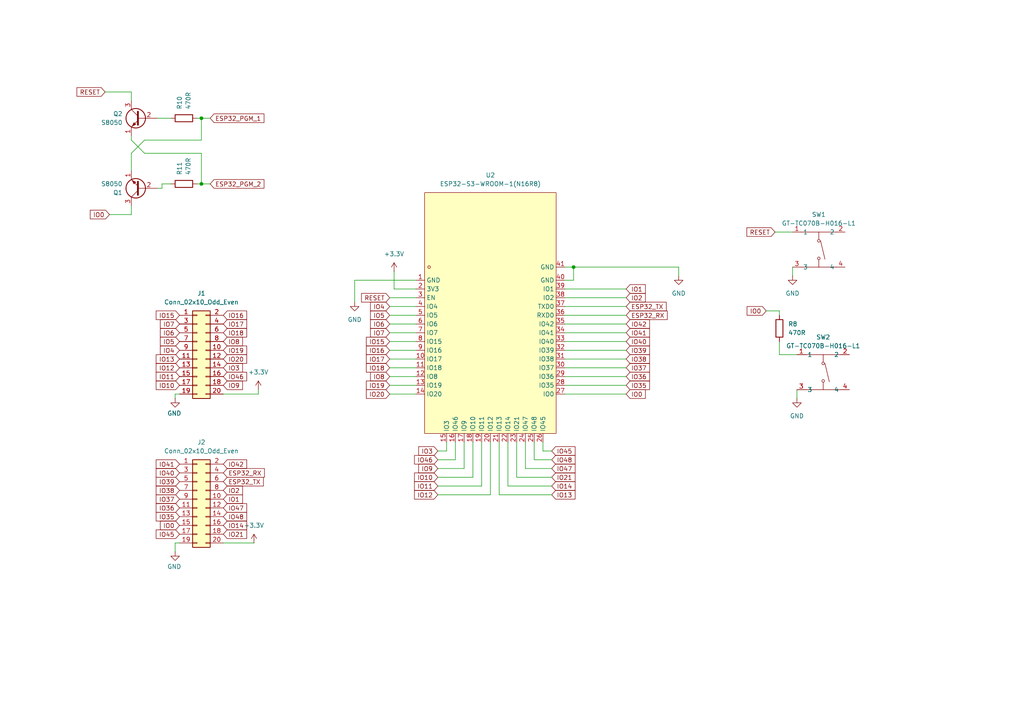
<source format=kicad_sch>
(kicad_sch (version 20231120) (generator "eeschema") (generator_version "8.0")
  (paper "A4")
  (lib_symbols
    (symbol "Connector_Generic:Conn_02x10_Odd_Even" (pin_names (offset 1.016) hide)
      (property "Reference" "J" (at 1.27 12.7 0))
      (property "Value" "Conn_02x10_Odd_Even" (at 1.27 -15.24 0))
      (symbol "Conn_02x10_Odd_Even_1_1"
        (rectangle (start -1.27 -12.573) (end 0 -12.827) (stroke (width 0.1524)))
        (rectangle (start -1.27 -10.033) (end 0 -10.287) (stroke (width 0.1524)))
        (rectangle (start -1.27 -7.493) (end 0 -7.747) (stroke (width 0.1524)))
        (rectangle (start -1.27 -4.953) (end 0 -5.207) (stroke (width 0.1524)))
        (rectangle (start -1.27 -2.413) (end 0 -2.667) (stroke (width 0.1524)))
        (rectangle (start -1.27 0.127) (end 0 -0.127) (stroke (width 0.1524)))
        (rectangle (start -1.27 2.667) (end 0 2.413) (stroke (width 0.1524)))
        (rectangle (start -1.27 5.207) (end 0 4.953) (stroke (width 0.1524)))
        (rectangle (start -1.27 7.747) (end 0 7.493) (stroke (width 0.1524)))
        (rectangle (start -1.27 10.287) (end 0 10.033) (stroke (width 0.1524)))
        (rectangle (start -1.27 11.43) (end 3.81 -13.97) (stroke (width 0.254)) (fill (type background)))
        (rectangle (start 3.81 -12.573) (end 2.54 -12.827) (stroke (width 0.1524)))
        (rectangle (start 3.81 -10.033) (end 2.54 -10.287) (stroke (width 0.1524)))
        (rectangle (start 3.81 -7.493) (end 2.54 -7.747) (stroke (width 0.1524)))
        (rectangle (start 3.81 -4.953) (end 2.54 -5.207) (stroke (width 0.1524)))
        (rectangle (start 3.81 -2.413) (end 2.54 -2.667) (stroke (width 0.1524)))
        (rectangle (start 3.81 0.127) (end 2.54 -0.127) (stroke (width 0.1524)))
        (rectangle (start 3.81 2.667) (end 2.54 2.413) (stroke (width 0.1524)))
        (rectangle (start 3.81 5.207) (end 2.54 4.953) (stroke (width 0.1524)))
        (rectangle (start 3.81 7.747) (end 2.54 7.493) (stroke (width 0.1524)))
        (rectangle (start 3.81 10.287) (end 2.54 10.033) (stroke (width 0.1524)))
        (pin passive line (at -5.08 10.16 0) (length 3.81) (name "Pin_1") (number "1"))
        (pin passive line (at 7.62 0 180) (length 3.81) (name "Pin_10") (number "10"))
        (pin passive line (at -5.08 -2.54 0) (length 3.81) (name "Pin_11") (number "11"))
        (pin passive line (at 7.62 -2.54 180) (length 3.81) (name "Pin_12") (number "12"))
        (pin passive line (at -5.08 -5.08 0) (length 3.81) (name "Pin_13") (number "13"))
        (pin passive line (at 7.62 -5.08 180) (length 3.81) (name "Pin_14") (number "14"))
        (pin passive line (at -5.08 -7.62 0) (length 3.81) (name "Pin_15") (number "15"))
        (pin passive line (at 7.62 -7.62 180) (length 3.81) (name "Pin_16") (number "16"))
        (pin passive line (at -5.08 -10.16 0) (length 3.81) (name "Pin_17") (number "17"))
        (pin passive line (at 7.62 -10.16 180) (length 3.81) (name "Pin_18") (number "18"))
        (pin passive line (at -5.08 -12.7 0) (length 3.81) (name "Pin_19") (number "19"))
        (pin passive line (at 7.62 10.16 180) (length 3.81) (name "Pin_2") (number "2"))
        (pin passive line (at 7.62 -12.7 180) (length 3.81) (name "Pin_20") (number "20"))
        (pin passive line (at -5.08 7.62 0) (length 3.81) (name "Pin_3") (number "3"))
        (pin passive line (at 7.62 7.62 180) (length 3.81) (name "Pin_4") (number "4"))
        (pin passive line (at -5.08 5.08 0) (length 3.81) (name "Pin_5") (number "5"))
        (pin passive line (at 7.62 5.08 180) (length 3.81) (name "Pin_6") (number "6"))
        (pin passive line (at -5.08 2.54 0) (length 3.81) (name "Pin_7") (number "7"))
        (pin passive line (at 7.62 2.54 180) (length 3.81) (name "Pin_8") (number "8"))
        (pin passive line (at -5.08 0 0) (length 3.81) (name "Pin_9") (number "9"))
      )
    )
    (symbol "Device:R" (pin_numbers hide) (pin_names (offset 0))
      (property "Reference" "R" (at 2.032 0 90))
      (property "Value" "R" (at 0 0 90))
      (symbol "R_0_1"
        (rectangle (start -1.016 -2.54) (end 1.016 2.54) (stroke (width 0.254)))
      )
      (symbol "R_1_1"
        (pin passive line (at 0 3.81 270) (length 1.27) (name "~") (number "1"))
        (pin passive line (at 0 -3.81 90) (length 1.27) (name "~") (number "2"))
      )
    )
    (symbol "Transistor_BJT:S8050" (pin_names (offset 0) hide)
      (property "Reference" "Q" (at 5.08 1.905 0))
      (property "Value" "S8050" (at 5.08 0 0))
      (symbol "S8050_0_1"
        (polyline (pts (xy 0 0) (xy 0.635 0)))
        (polyline (pts (xy 0.635 0.635) (xy 2.54 2.54)))
        (polyline (pts (xy 0.635 -0.635) (xy 2.54 -2.54) (xy 2.54 -2.54)))
        (polyline (pts (xy 0.635 1.905) (xy 0.635 -1.905) (xy 0.635 -1.905)) (stroke (width 0.508)))
        (polyline (pts (xy 1.27 -1.778) (xy 1.778 -1.27) (xy 2.286 -2.286) (xy 1.27 -1.778) (xy 1.27 -1.778)) (fill (type outline)))
        (circle (center 1.27 0) (radius 2.8194) (stroke (width 0.254)))
      )
      (symbol "S8050_1_1"
        (pin passive line (at 2.54 -5.08 90) (length 2.54) (name "E") (number "1"))
        (pin input line (at -5.08 0 0) (length 5.08) (name "B") (number "2"))
        (pin passive line (at 2.54 5.08 270) (length 2.54) (name "C") (number "3"))
      )
    )
    (symbol "easyeda2kicad:ESP32-S3-WROOM-1(N16R8)"
      (property "Reference" "U" (at 0 20.32 0))
      (property "Value" "ESP32-S3-WROOM-1(N16R8)" (at 0 -40.64 0))
      (symbol "ESP32-S3-WROOM-1(N16R8)_0_1"
        (rectangle (start -19.05 36.83) (end 19.05 -33.02) (fill (type background)))
        (circle (center -17.78 15.24) (radius 0.38))
        (pin unspecified line (at -21.59 11.43 0) (length 2.54) (name "GND") (number "1"))
        (pin unspecified line (at -21.59 -11.43 0) (length 2.54) (name "IO17") (number "10"))
        (pin unspecified line (at -21.59 -13.97 0) (length 2.54) (name "IO18") (number "11"))
        (pin unspecified line (at -21.59 -16.51 0) (length 2.54) (name "IO8") (number "12"))
        (pin unspecified line (at -21.59 -19.05 0) (length 2.54) (name "IO19") (number "13"))
        (pin unspecified line (at -21.59 -21.59 0) (length 2.54) (name "IO20") (number "14"))
        (pin unspecified line (at -12.7 -35.56 90) (length 2.54) (name "IO3") (number "15"))
        (pin unspecified line (at -10.16 -35.56 90) (length 2.54) (name "IO46") (number "16"))
        (pin unspecified line (at -7.62 -35.56 90) (length 2.54) (name "IO9") (number "17"))
        (pin unspecified line (at -5.08 -35.56 90) (length 2.54) (name "IO10") (number "18"))
        (pin unspecified line (at -2.54 -35.56 90) (length 2.54) (name "IO11") (number "19"))
        (pin unspecified line (at -21.59 8.89 0) (length 2.54) (name "3V3") (number "2"))
        (pin unspecified line (at 0 -35.56 90) (length 2.54) (name "IO12") (number "20"))
        (pin unspecified line (at 2.54 -35.56 90) (length 2.54) (name "IO13") (number "21"))
        (pin unspecified line (at 5.08 -35.56 90) (length 2.54) (name "IO14") (number "22"))
        (pin unspecified line (at 7.62 -35.56 90) (length 2.54) (name "IO21") (number "23"))
        (pin unspecified line (at 10.16 -35.56 90) (length 2.54) (name "IO47") (number "24"))
        (pin unspecified line (at 12.7 -35.56 90) (length 2.54) (name "IO48") (number "25"))
        (pin unspecified line (at 15.24 -35.56 90) (length 2.54) (name "IO45") (number "26"))
        (pin unspecified line (at 21.59 -21.59 180) (length 2.54) (name "IO0") (number "27"))
        (pin unspecified line (at 21.59 -19.05 180) (length 2.54) (name "IO35") (number "28"))
        (pin unspecified line (at 21.59 -16.51 180) (length 2.54) (name "IO36") (number "29"))
        (pin unspecified line (at -21.59 6.35 0) (length 2.54) (name "EN") (number "3"))
        (pin unspecified line (at 21.59 -13.97 180) (length 2.54) (name "IO37") (number "30"))
        (pin unspecified line (at 21.59 -11.43 180) (length 2.54) (name "IO38") (number "31"))
        (pin unspecified line (at 21.59 -8.89 180) (length 2.54) (name "IO39") (number "32"))
        (pin unspecified line (at 21.59 -6.35 180) (length 2.54) (name "IO40") (number "33"))
        (pin unspecified line (at 21.59 -3.81 180) (length 2.54) (name "IO41") (number "34"))
        (pin unspecified line (at 21.59 -1.27 180) (length 2.54) (name "IO42") (number "35"))
        (pin unspecified line (at 21.59 1.27 180) (length 2.54) (name "RXD0") (number "36"))
        (pin unspecified line (at 21.59 3.81 180) (length 2.54) (name "TXD0") (number "37"))
        (pin unspecified line (at 21.59 6.35 180) (length 2.54) (name "IO2") (number "38"))
        (pin unspecified line (at 21.59 8.89 180) (length 2.54) (name "IO1") (number "39"))
        (pin unspecified line (at -21.59 3.81 0) (length 2.54) (name "IO4") (number "4"))
        (pin unspecified line (at 21.59 11.43 180) (length 2.54) (name "GND") (number "40"))
        (pin unspecified line (at 21.59 15.24 180) (length 2.54) (name "GND") (number "41"))
        (pin unspecified line (at -21.59 1.27 0) (length 2.54) (name "IO5") (number "5"))
        (pin unspecified line (at -21.59 -1.27 0) (length 2.54) (name "IO6") (number "6"))
        (pin unspecified line (at -21.59 -3.81 0) (length 2.54) (name "IO7") (number "7"))
        (pin unspecified line (at -21.59 -6.35 0) (length 2.54) (name "IO15") (number "8"))
        (pin unspecified line (at -21.59 -8.89 0) (length 2.54) (name "IO16") (number "9"))
      )
    )
    (symbol "easyeda2kicad:GT-TC070B-H016-L1"
      (property "Reference" "SW" (at 0 10.16 0))
      (property "Value" "GT-TC070B-H016-L1" (at 0 -10.16 0))
      (symbol "GT-TC070B-H016-L1_0_1"
        (circle (center 0 -2.54) (radius 0.38))
        (polyline (pts (xy -5.08 -5.08) (xy 5.08 -5.08)))
        (polyline (pts (xy -5.08 5.08) (xy 5.08 5.08)))
        (polyline (pts (xy 0 -3.05) (xy 0 -5.08)))
        (polyline (pts (xy 0 3.05) (xy 0 5.08)))
        (polyline (pts (xy 1.78 -2.79) (xy 0.51 2.54)))
        (circle (center 0 2.54) (radius 0.38))
        (pin unspecified line (at -7.62 5.08 0) (length 2.54) (name "1") (number "1"))
        (pin unspecified line (at 7.62 5.08 180) (length 2.54) (name "2") (number "2"))
        (pin unspecified line (at -7.62 -5.08 0) (length 2.54) (name "3") (number "3"))
        (pin unspecified line (at 7.62 -5.08 180) (length 2.54) (name "4") (number "4"))
      )
    )
    (symbol "power:+3.3V" (power) (pin_numbers hide) (pin_names (offset 0) hide)
      (property "Value" "+3.3V" (at 0 3.556 0))
      (symbol "+3.3V_0_1"
        (polyline (pts (xy -0.762 1.27) (xy 0 2.54)))
        (polyline (pts (xy 0 0) (xy 0 2.54)))
        (polyline (pts (xy 0 2.54) (xy 0.762 1.27)))
      )
      (symbol "+3.3V_1_1"
        (pin power_in line (at 0 0 90) (length 0) (name "~") (number "1"))
      )
    )
    (symbol "power:GND" (power) (pin_numbers hide) (pin_names (offset 0) hide)
      (property "Value" "GND" (at 0 -3.81 0))
      (symbol "GND_0_1"
        (polyline (pts (xy 0 0) (xy 0 -1.27) (xy 1.27 -1.27) (xy 0 -2.54) (xy -1.27 -1.27) (xy 0 -1.27)))
      )
      (symbol "GND_1_1"
        (pin power_in line (at 0 0 270) (length 0) (name "~") (number "1"))
      )
    )
  )
  (junction (at 58.42 53.34))
  (junction (at 58.42 34.29))
  (junction (at 166.37 77.47))
  (wire (pts (xy 134.62 128.27) (xy 134.62 135.89)))
  (wire (pts (xy 113.03 101.6) (xy 120.65 101.6)))
  (wire (pts (xy 38.1 29.21) (xy 38.1 26.67)))
  (wire (pts (xy 129.54 130.81) (xy 127 130.81)))
  (wire (pts (xy 64.77 157.48) (xy 73.66 157.48)))
  (wire (pts (xy 134.62 135.89) (xy 127 135.89)))
  (wire (pts (xy 160.02 143.51) (xy 144.78 143.51)))
  (wire (pts (xy 113.03 86.36) (xy 120.65 86.36)))
  (wire (pts (xy 52.07 114.3) (xy 50.8 114.3)))
  (wire (pts (xy 50.8 157.48) (xy 50.8 160.02)))
  (wire (pts (xy 163.83 101.6) (xy 181.61 101.6)))
  (wire (pts (xy 41.91 40.64) (xy 58.42 40.64)))
  (wire (pts (xy 113.03 96.52) (xy 120.65 96.52)))
  (wire (pts (xy 113.03 88.9) (xy 120.65 88.9)))
  (wire (pts (xy 196.85 77.47) (xy 166.37 77.47)))
  (wire (pts (xy 113.03 99.06) (xy 120.65 99.06)))
  (wire (pts (xy 38.1 62.23) (xy 31.75 62.23)))
  (wire (pts (xy 163.83 109.22) (xy 181.61 109.22)))
  (wire (pts (xy 38.1 62.23) (xy 38.1 59.69)))
  (wire (pts (xy 142.24 143.51) (xy 127 143.51)))
  (wire (pts (xy 113.03 109.22) (xy 120.65 109.22)))
  (wire (pts (xy 113.03 111.76) (xy 120.65 111.76)))
  (wire (pts (xy 45.72 54.61) (xy 46.99 54.61)))
  (wire (pts (xy 30.48 26.67) (xy 38.1 26.67)))
  (wire (pts (xy 113.03 114.3) (xy 120.65 114.3)))
  (wire (pts (xy 57.15 53.34) (xy 58.42 53.34)))
  (wire (pts (xy 160.02 130.81) (xy 157.48 130.81)))
  (wire (pts (xy 163.83 114.3) (xy 181.61 114.3)))
  (wire (pts (xy 226.06 91.44) (xy 226.06 90.17)))
  (wire (pts (xy 132.08 133.35) (xy 127 133.35)))
  (wire (pts (xy 113.03 104.14) (xy 120.65 104.14)))
  (wire (pts (xy 45.72 34.29) (xy 49.53 34.29)))
  (wire (pts (xy 226.06 99.06) (xy 226.06 102.87)))
  (wire (pts (xy 196.85 80.01) (xy 196.85 77.47)))
  (wire (pts (xy 46.99 54.61) (xy 46.99 53.34)))
  (wire (pts (xy 50.8 114.3) (xy 50.8 115.57)))
  (wire (pts (xy 38.1 40.64) (xy 38.1 39.37)))
  (wire (pts (xy 41.91 44.45) (xy 58.42 44.45)))
  (wire (pts (xy 163.83 81.28) (xy 166.37 81.28)))
  (wire (pts (xy 163.83 96.52) (xy 181.61 96.52)))
  (wire (pts (xy 139.7 128.27) (xy 139.7 140.97)))
  (wire (pts (xy 181.61 91.44) (xy 163.83 91.44)))
  (wire (pts (xy 226.06 90.17) (xy 222.25 90.17)))
  (wire (pts (xy 129.54 128.27) (xy 129.54 130.81)))
  (wire (pts (xy 149.86 138.43) (xy 149.86 128.27)))
  (wire (pts (xy 231.14 113.03) (xy 231.14 115.57)))
  (wire (pts (xy 57.15 34.29) (xy 58.42 34.29)))
  (wire (pts (xy 38.1 49.53) (xy 38.1 44.45)))
  (wire (pts (xy 38.1 44.45) (xy 41.91 40.64)))
  (wire (pts (xy 229.87 77.47) (xy 229.87 80.01)))
  (wire (pts (xy 58.42 34.29) (xy 60.96 34.29)))
  (wire (pts (xy 52.07 157.48) (xy 50.8 157.48)))
  (wire (pts (xy 120.65 81.28) (xy 102.87 81.28)))
  (wire (pts (xy 160.02 140.97) (xy 147.32 140.97)))
  (wire (pts (xy 58.42 34.29) (xy 58.42 40.64)))
  (wire (pts (xy 137.16 128.27) (xy 137.16 138.43)))
  (wire (pts (xy 137.16 138.43) (xy 127 138.43)))
  (wire (pts (xy 58.42 44.45) (xy 58.42 53.34)))
  (wire (pts (xy 160.02 135.89) (xy 152.4 135.89)))
  (wire (pts (xy 163.83 93.98) (xy 181.61 93.98)))
  (wire (pts (xy 226.06 102.87) (xy 231.14 102.87)))
  (wire (pts (xy 144.78 143.51) (xy 144.78 128.27)))
  (wire (pts (xy 139.7 140.97) (xy 127 140.97)))
  (wire (pts (xy 147.32 140.97) (xy 147.32 128.27)))
  (wire (pts (xy 38.1 40.64) (xy 41.91 44.45)))
  (wire (pts (xy 163.83 86.36) (xy 181.61 86.36)))
  (wire (pts (xy 160.02 133.35) (xy 154.94 133.35)))
  (wire (pts (xy 166.37 77.47) (xy 163.83 77.47)))
  (wire (pts (xy 74.93 114.3) (xy 74.93 113.03)))
  (wire (pts (xy 113.03 93.98) (xy 120.65 93.98)))
  (wire (pts (xy 102.87 81.28) (xy 102.87 87.63)))
  (wire (pts (xy 163.83 99.06) (xy 181.61 99.06)))
  (wire (pts (xy 152.4 135.89) (xy 152.4 128.27)))
  (wire (pts (xy 163.83 106.68) (xy 181.61 106.68)))
  (wire (pts (xy 113.03 106.68) (xy 120.65 106.68)))
  (wire (pts (xy 166.37 81.28) (xy 166.37 77.47)))
  (wire (pts (xy 132.08 128.27) (xy 132.08 133.35)))
  (wire (pts (xy 163.83 83.82) (xy 181.61 83.82)))
  (wire (pts (xy 154.94 133.35) (xy 154.94 128.27)))
  (wire (pts (xy 58.42 53.34) (xy 60.96 53.34)))
  (wire (pts (xy 163.83 88.9) (xy 181.61 88.9)))
  (wire (pts (xy 160.02 138.43) (xy 149.86 138.43)))
  (wire (pts (xy 142.24 128.27) (xy 142.24 143.51)))
  (wire (pts (xy 157.48 130.81) (xy 157.48 128.27)))
  (wire (pts (xy 163.83 104.14) (xy 181.61 104.14)))
  (wire (pts (xy 113.03 91.44) (xy 120.65 91.44)))
  (wire (pts (xy 114.3 83.82) (xy 120.65 83.82)))
  (wire (pts (xy 163.83 111.76) (xy 181.61 111.76)))
  (wire (pts (xy 224.79 67.31) (xy 229.87 67.31)))
  (wire (pts (xy 114.3 78.74) (xy 114.3 83.82)))
  (wire (pts (xy 46.99 53.34) (xy 49.53 53.34)))
  (wire (pts (xy 64.77 114.3) (xy 74.93 114.3)))
  (global_label "IO39" (shape input) (at 181.61 101.6 0) (property "Intersheetrefs" "${INTERSHEET_REFS}" (effects (hide yes))))
  (global_label "IO0" (shape input) (at 31.75 62.23 180) (property "Intersheetrefs" "${INTERSHEET_REFS}" (effects (hide yes))))
  (global_label "IO38" (shape input) (at 52.07 142.24 180) (property "Intersheetrefs" "${INTERSHEET_REFS}" (effects (hide yes))))
  (global_label "IO8" (shape input) (at 113.03 109.22 180) (property "Intersheetrefs" "${INTERSHEET_REFS}" (effects (hide yes))))
  (global_label "IO4" (shape input) (at 52.07 101.6 180) (property "Intersheetrefs" "${INTERSHEET_REFS}" (effects (hide yes))))
  (global_label "IO36" (shape input) (at 52.07 147.32 180) (property "Intersheetrefs" "${INTERSHEET_REFS}" (effects (hide yes))))
  (global_label "IO2" (shape input) (at 181.61 86.36 0) (property "Intersheetrefs" "${INTERSHEET_REFS}" (effects (hide yes))))
  (global_label "IO37" (shape input) (at 181.61 106.68 0) (property "Intersheetrefs" "${INTERSHEET_REFS}" (effects (hide yes))))
  (global_label "IO41" (shape input) (at 181.61 96.52 0) (property "Intersheetrefs" "${INTERSHEET_REFS}" (effects (hide yes))))
  (global_label "IO19" (shape input) (at 64.77 101.6 0) (property "Intersheetrefs" "${INTERSHEET_REFS}" (effects (hide yes))))
  (global_label "IO1" (shape input) (at 181.61 83.82 0) (property "Intersheetrefs" "${INTERSHEET_REFS}" (effects (hide yes))))
  (global_label "IO15" (shape input) (at 52.07 91.44 180) (property "Intersheetrefs" "${INTERSHEET_REFS}" (effects (hide yes))))
  (global_label "IO9" (shape input) (at 64.77 111.76 0) (property "Intersheetrefs" "${INTERSHEET_REFS}" (effects (hide yes))))
  (global_label "IO1" (shape input) (at 64.77 144.78 0) (property "Intersheetrefs" "${INTERSHEET_REFS}" (effects (hide yes))))
  (global_label "IO14" (shape input) (at 64.77 152.4 0) (property "Intersheetrefs" "${INTERSHEET_REFS}" (effects (hide yes))))
  (global_label "IO16" (shape input) (at 113.03 101.6 180) (property "Intersheetrefs" "${INTERSHEET_REFS}" (effects (hide yes))))
  (global_label "IO0" (shape input) (at 222.25 90.17 180) (property "Intersheetrefs" "${INTERSHEET_REFS}" (effects (hide yes))))
  (global_label "IO7" (shape input) (at 113.03 96.52 180) (property "Intersheetrefs" "${INTERSHEET_REFS}" (effects (hide yes))))
  (global_label "IO19" (shape input) (at 113.03 111.76 180) (property "Intersheetrefs" "${INTERSHEET_REFS}" (effects (hide yes))))
  (global_label "RESET" (shape input) (at 224.79 67.31 180) (property "Intersheetrefs" "${INTERSHEET_REFS}" (effects (hide yes))))
  (global_label "IO6" (shape input) (at 113.03 93.98 180) (property "Intersheetrefs" "${INTERSHEET_REFS}" (effects (hide yes))))
  (global_label "IO39" (shape input) (at 52.07 139.7 180) (property "Intersheetrefs" "${INTERSHEET_REFS}" (effects (hide yes))))
  (global_label "IO40" (shape input) (at 52.07 137.16 180) (property "Intersheetrefs" "${INTERSHEET_REFS}" (effects (hide yes))))
  (global_label "IO20" (shape input) (at 113.03 114.3 180) (property "Intersheetrefs" "${INTERSHEET_REFS}" (effects (hide yes))))
  (global_label "IO48" (shape input) (at 160.02 133.35 0) (property "Intersheetrefs" "${INTERSHEET_REFS}" (effects (hide yes))))
  (global_label "IO5" (shape input) (at 113.03 91.44 180) (property "Intersheetrefs" "${INTERSHEET_REFS}" (effects (hide yes))))
  (global_label "IO46" (shape input) (at 64.77 109.22 0) (property "Intersheetrefs" "${INTERSHEET_REFS}" (effects (hide yes))))
  (global_label "IO41" (shape input) (at 52.07 134.62 180) (property "Intersheetrefs" "${INTERSHEET_REFS}" (effects (hide yes))))
  (global_label "IO14" (shape input) (at 160.02 140.97 0) (property "Intersheetrefs" "${INTERSHEET_REFS}" (effects (hide yes))))
  (global_label "IO11" (shape input) (at 127 140.97 180) (property "Intersheetrefs" "${INTERSHEET_REFS}" (effects (hide yes))))
  (global_label "IO37" (shape input) (at 52.07 144.78 180) (property "Intersheetrefs" "${INTERSHEET_REFS}" (effects (hide yes))))
  (global_label "IO3" (shape input) (at 127 130.81 180) (property "Intersheetrefs" "${INTERSHEET_REFS}" (effects (hide yes))))
  (global_label "IO40" (shape input) (at 181.61 99.06 0) (property "Intersheetrefs" "${INTERSHEET_REFS}" (effects (hide yes))))
  (global_label "ESP32_RX" (shape input) (at 181.61 91.44 0) (property "Intersheetrefs" "${INTERSHEET_REFS}" (effects (hide yes))))
  (global_label "ESP32_PGM_1" (shape input) (at 60.96 34.29 0) (property "Intersheetrefs" "${INTERSHEET_REFS}" (effects (hide yes))))
  (global_label "IO38" (shape input) (at 181.61 104.14 0) (property "Intersheetrefs" "${INTERSHEET_REFS}" (effects (hide yes))))
  (global_label "IO12" (shape input) (at 52.07 106.68 180) (property "Intersheetrefs" "${INTERSHEET_REFS}" (effects (hide yes))))
  (global_label "ESP32_PGM_2" (shape input) (at 60.96 53.34 0) (property "Intersheetrefs" "${INTERSHEET_REFS}" (effects (hide yes))))
  (global_label "IO36" (shape input) (at 181.61 109.22 0) (property "Intersheetrefs" "${INTERSHEET_REFS}" (effects (hide yes))))
  (global_label "IO35" (shape input) (at 181.61 111.76 0) (property "Intersheetrefs" "${INTERSHEET_REFS}" (effects (hide yes))))
  (global_label "IO35" (shape input) (at 52.07 149.86 180) (property "Intersheetrefs" "${INTERSHEET_REFS}" (effects (hide yes))))
  (global_label "IO11" (shape input) (at 52.07 109.22 180) (property "Intersheetrefs" "${INTERSHEET_REFS}" (effects (hide yes))))
  (global_label "IO17" (shape input) (at 113.03 104.14 180) (property "Intersheetrefs" "${INTERSHEET_REFS}" (effects (hide yes))))
  (global_label "ESP32_TX" (shape input) (at 64.77 139.7 0) (property "Intersheetrefs" "${INTERSHEET_REFS}" (effects (hide yes))))
  (global_label "RESET" (shape input) (at 30.48 26.67 180) (property "Intersheetrefs" "${INTERSHEET_REFS}" (effects (hide yes))))
  (global_label "IO15" (shape input) (at 113.03 99.06 180) (property "Intersheetrefs" "${INTERSHEET_REFS}" (effects (hide yes))))
  (global_label "IO42" (shape input) (at 181.61 93.98 0) (property "Intersheetrefs" "${INTERSHEET_REFS}" (effects (hide yes))))
  (global_label "IO18" (shape input) (at 113.03 106.68 180) (property "Intersheetrefs" "${INTERSHEET_REFS}" (effects (hide yes))))
  (global_label "IO47" (shape input) (at 160.02 135.89 0) (property "Intersheetrefs" "${INTERSHEET_REFS}" (effects (hide yes))))
  (global_label "IO20" (shape input) (at 64.77 104.14 0) (property "Intersheetrefs" "${INTERSHEET_REFS}" (effects (hide yes))))
  (global_label "IO18" (shape input) (at 64.77 96.52 0) (property "Intersheetrefs" "${INTERSHEET_REFS}" (effects (hide yes))))
  (global_label "IO45" (shape input) (at 52.07 154.94 180) (property "Intersheetrefs" "${INTERSHEET_REFS}" (effects (hide yes))))
  (global_label "IO6" (shape input) (at 52.07 96.52 180) (property "Intersheetrefs" "${INTERSHEET_REFS}" (effects (hide yes))))
  (global_label "IO42" (shape input) (at 64.77 134.62 0) (property "Intersheetrefs" "${INTERSHEET_REFS}" (effects (hide yes))))
  (global_label "IO4" (shape input) (at 113.03 88.9 180) (property "Intersheetrefs" "${INTERSHEET_REFS}" (effects (hide yes))))
  (global_label "IO16" (shape input) (at 64.77 91.44 0) (property "Intersheetrefs" "${INTERSHEET_REFS}" (effects (hide yes))))
  (global_label "IO9" (shape input) (at 127 135.89 180) (property "Intersheetrefs" "${INTERSHEET_REFS}" (effects (hide yes))))
  (global_label "IO48" (shape input) (at 64.77 149.86 0) (property "Intersheetrefs" "${INTERSHEET_REFS}" (effects (hide yes))))
  (global_label "IO7" (shape input) (at 52.07 93.98 180) (property "Intersheetrefs" "${INTERSHEET_REFS}" (effects (hide yes))))
  (global_label "IO46" (shape input) (at 127 133.35 180) (property "Intersheetrefs" "${INTERSHEET_REFS}" (effects (hide yes))))
  (global_label "IO45" (shape input) (at 160.02 130.81 0) (property "Intersheetrefs" "${INTERSHEET_REFS}" (effects (hide yes))))
  (global_label "IO0" (shape input) (at 181.61 114.3 0) (property "Intersheetrefs" "${INTERSHEET_REFS}" (effects (hide yes))))
  (global_label "IO17" (shape input) (at 64.77 93.98 0) (property "Intersheetrefs" "${INTERSHEET_REFS}" (effects (hide yes))))
  (global_label "IO21" (shape input) (at 64.77 154.94 0) (property "Intersheetrefs" "${INTERSHEET_REFS}" (effects (hide yes))))
  (global_label "IO21" (shape input) (at 160.02 138.43 0) (property "Intersheetrefs" "${INTERSHEET_REFS}" (effects (hide yes))))
  (global_label "IO10" (shape input) (at 127 138.43 180) (property "Intersheetrefs" "${INTERSHEET_REFS}" (effects (hide yes))))
  (global_label "IO12" (shape input) (at 127 143.51 180) (property "Intersheetrefs" "${INTERSHEET_REFS}" (effects (hide yes))))
  (global_label "IO47" (shape input) (at 64.77 147.32 0) (property "Intersheetrefs" "${INTERSHEET_REFS}" (effects (hide yes))))
  (global_label "IO5" (shape input) (at 52.07 99.06 180) (property "Intersheetrefs" "${INTERSHEET_REFS}" (effects (hide yes))))
  (global_label "ESP32_TX" (shape input) (at 181.61 88.9 0) (property "Intersheetrefs" "${INTERSHEET_REFS}" (effects (hide yes))))
  (global_label "IO10" (shape input) (at 52.07 111.76 180) (property "Intersheetrefs" "${INTERSHEET_REFS}" (effects (hide yes))))
  (global_label "RESET" (shape input) (at 113.03 86.36 180) (property "Intersheetrefs" "${INTERSHEET_REFS}" (effects (hide yes))))
  (global_label "IO3" (shape input) (at 64.77 106.68 0) (property "Intersheetrefs" "${INTERSHEET_REFS}" (effects (hide yes))))
  (global_label "IO13" (shape input) (at 52.07 104.14 180) (property "Intersheetrefs" "${INTERSHEET_REFS}" (effects (hide yes))))
  (global_label "IO0" (shape input) (at 52.07 152.4 180) (property "Intersheetrefs" "${INTERSHEET_REFS}" (effects (hide yes))))
  (global_label "IO2" (shape input) (at 64.77 142.24 0) (property "Intersheetrefs" "${INTERSHEET_REFS}" (effects (hide yes))))
  (global_label "IO13" (shape input) (at 160.02 143.51 0) (property "Intersheetrefs" "${INTERSHEET_REFS}" (effects (hide yes))))
  (global_label "IO8" (shape input) (at 64.77 99.06 0) (property "Intersheetrefs" "${INTERSHEET_REFS}" (effects (hide yes))))
  (global_label "ESP32_RX" (shape input) (at 64.77 137.16 0) (property "Intersheetrefs" "${INTERSHEET_REFS}" (effects (hide yes))))
  (symbol (lib_id "Device:R") (at 226.06 95.25 0) (unit 1)
    (property "Reference" "R8" (at 228.6 93.9799 0) (effects (justify left)))
    (property "Value" "470R" (at 228.6 96.5199 0) (effects (justify left)))
    (property "Footprint" "Resistor_SMD:R_0603_1608Metric" (effects (hide yes)))
    (property "Description" "Resistor" (effects (hide yes)))
  )
  (symbol (lib_id "Device:R") (at 53.34 34.29 90) (unit 1)
    (property "Reference" "R10" (at 52.0699 31.75 0) (effects (justify left)))
    (property "Value" "470R" (at 54.6099 31.75 0) (effects (justify left)))
    (property "Footprint" "Resistor_SMD:R_0603_1608Metric" (effects (hide yes)))
    (property "Description" "Resistor" (effects (hide yes)))
  )
  (symbol (lib_id "easyeda2kicad:ESP32-S3-WROOM-1(N16R8)") (at 142.24 92.71 0) (unit 1)
    (property "Reference" "U2" (at 142.24 50.8 0))
    (property "Value" "ESP32-S3-WROOM-1(N16R8)" (at 142.24 53.34 0))
    (property "Footprint" "easyeda2kicad:WIRELM-SMD_ESP32-S3-WROOM-1" (effects (hide yes)))
    (property "LCSC Part" "C2913202" (effects (hide yes)))
  )
  (symbol (lib_id "easyeda2kicad:GT-TC070B-H016-L1") (at 238.76 107.95 0) (unit 1)
    (property "Reference" "SW2" (at 238.76 97.79 0))
    (property "Value" "GT-TC070B-H016-L1" (at 238.76 100.33 0))
    (property "Footprint" "easyeda2kicad:SW-SMD_4P-L4.6-W4.6-P3.00-LS6.1" (effects (hide yes)))
    (property "LCSC Part" "C2843954" (effects (hide yes)))
  )
  (symbol (lib_id "power:GND") (at 102.87 87.63 0) (unit 1)
    (property "Reference" "#PWR03" (effects (hide yes)))
    (property "Value" "GND" (at 102.87 92.71 0))
    (property "Description" "Power symbol creates a global label with name \"GND\" , ground" (effects (hide yes)))
  )
  (symbol (lib_id "power:+3.3V") (at 74.93 113.03 0) (unit 1)
    (property "Reference" "#PWR044" (effects (hide yes)))
    (property "Value" "+3.3V" (at 74.93 107.95 0))
    (property "Description" "Power symbol creates a global label with name \"+3.3V\"" (effects (hide yes)))
  )
  (symbol (lib_id "power:GND") (at 231.14 115.57 0) (unit 1)
    (property "Reference" "#PWR013" (effects (hide yes)))
    (property "Value" "GND" (at 231.14 120.65 0))
    (property "Description" "Power symbol creates a global label with name \"GND\" , ground" (effects (hide yes)))
  )
  (symbol (lib_id "easyeda2kicad:GT-TC070B-H016-L1") (at 237.49 72.39 0) (unit 1)
    (property "Reference" "SW1" (at 237.49 62.23 0))
    (property "Value" "GT-TC070B-H016-L1" (at 237.49 64.77 0))
    (property "Footprint" "easyeda2kicad:SW-SMD_4P-L4.6-W4.6-P3.00-LS6.1" (effects (hide yes)))
    (property "LCSC Part" "C2843954" (effects (hide yes)))
  )
  (symbol (lib_id "Connector_Generic:Conn_02x10_Odd_Even") (at 57.15 101.6 0) (unit 1)
    (property "Reference" "J1" (at 58.42 85.09 0))
    (property "Value" "Conn_02x10_Odd_Even" (at 58.42 87.63 0))
    (property "Footprint" "Connector_PinHeader_1.27mm:PinHeader_2x10_P1.27mm_Vertical" (effects (hide yes)))
    (property "Description" "Generic connector, double row, 02x10, odd/even pin numbering scheme (row 1 odd numbers, row 2 even numbers), script generated (kicad-library-utils/schlib/autogen/connector/)" (effects (hide yes)))
  )
  (symbol (lib_id "Device:R") (at 53.34 53.34 90) (unit 1)
    (property "Reference" "R11" (at 52.0699 50.8 0) (effects (justify left)))
    (property "Value" "470R" (at 54.6099 50.8 0) (effects (justify left)))
    (property "Footprint" "Resistor_SMD:R_0603_1608Metric" (effects (hide yes)))
    (property "Description" "Resistor" (effects (hide yes)))
  )
  (symbol (lib_id "Transistor_BJT:S8050") (at 40.64 54.61 180) (unit 1)
    (property "Reference" "Q1" (at 35.56 55.8801 0) (effects (justify left)))
    (property "Value" "S8050" (at 35.56 53.3401 0) (effects (justify left)))
    (property "Footprint" "Package_TO_SOT_SMD:SOT-23" (effects (hide yes)))
    (property "Datasheet" "http://www.unisonic.com.tw/datasheet/S8050.pdf" (effects (hide yes)))
    (property "Description" "0.7A Ic, 20V Vce, Low Voltage High Current NPN Transistor, TO-92" (effects (hide yes)))
  )
  (symbol (lib_id "power:+3.3V") (at 73.66 157.48 0) (unit 1)
    (property "Reference" "#PWR046" (effects (hide yes)))
    (property "Value" "+3.3V" (at 73.66 152.4 0))
    (property "Description" "Power symbol creates a global label with name \"+3.3V\"" (effects (hide yes)))
  )
  (symbol (lib_id "Connector_Generic:Conn_02x10_Odd_Even") (at 57.15 144.78 0) (unit 1)
    (property "Reference" "J2" (at 58.42 128.27 0))
    (property "Value" "Conn_02x10_Odd_Even" (at 58.42 130.81 0))
    (property "Footprint" "Connector_PinHeader_1.27mm:PinHeader_2x10_P1.27mm_Vertical" (effects (hide yes)))
    (property "Description" "Generic connector, double row, 02x10, odd/even pin numbering scheme (row 1 odd numbers, row 2 even numbers), script generated (kicad-library-utils/schlib/autogen/connector/)" (effects (hide yes)))
  )
  (symbol (lib_id "power:GND") (at 196.85 80.01 0) (unit 1)
    (property "Reference" "#PWR05" (effects (hide yes)))
    (property "Value" "GND" (at 196.85 85.09 0))
    (property "Description" "Power symbol creates a global label with name \"GND\" , ground" (effects (hide yes)))
  )
  (symbol (lib_id "Transistor_BJT:S8050") (at 40.64 34.29 0) (mirror y) (unit 1)
    (property "Reference" "Q2" (at 35.56 33.0199 0) (effects (justify left)))
    (property "Value" "S8050" (at 35.56 35.5599 0) (effects (justify left)))
    (property "Footprint" "Package_TO_SOT_SMD:SOT-23" (effects (hide yes)))
    (property "Datasheet" "http://www.unisonic.com.tw/datasheet/S8050.pdf" (effects (hide yes)))
    (property "Description" "0.7A Ic, 20V Vce, Low Voltage High Current NPN Transistor, TO-92" (effects (hide yes)))
  )
  (symbol (lib_id "power:GND") (at 50.8 160.02 0) (unit 1)
    (property "Reference" "#PWR045" (effects (hide yes)))
    (property "Value" "GND" (at 50.546 164.338 0))
    (property "Description" "Power symbol creates a global label with name \"GND\" , ground" (effects (hide yes)))
  )
  (symbol (lib_id "power:GND") (at 229.87 80.01 0) (unit 1)
    (property "Reference" "#PWR012" (effects (hide yes)))
    (property "Value" "GND" (at 229.87 85.09 0))
    (property "Description" "Power symbol creates a global label with name \"GND\" , ground" (effects (hide yes)))
  )
  (symbol (lib_id "power:GND") (at 50.8 115.57 0) (unit 1)
    (property "Reference" "#PWR043" (effects (hide yes)))
    (property "Value" "GND" (at 50.546 119.888 0))
    (property "Description" "Power symbol creates a global label with name \"GND\" , ground" (effects (hide yes)))
  )
  (symbol (lib_id "power:+3.3V") (at 114.3 78.74 0) (unit 1)
    (property "Reference" "#PWR04" (effects (hide yes)))
    (property "Value" "+3.3V" (at 114.3 73.66 0))
    (property "Description" "Power symbol creates a global label with name \"+3.3V\"" (effects (hide yes)))
  )
)
</source>
